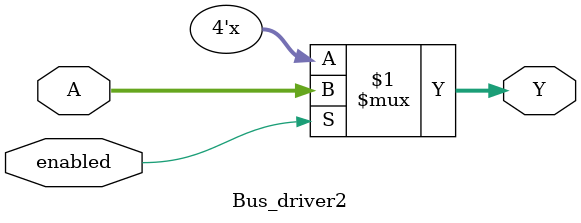
<source format=v>
module Bus_driver2(input enabled, input [3:0] A, output [3:0] Y);

    assign Y = enabled ? A : 4'bz;

endmodule

</source>
